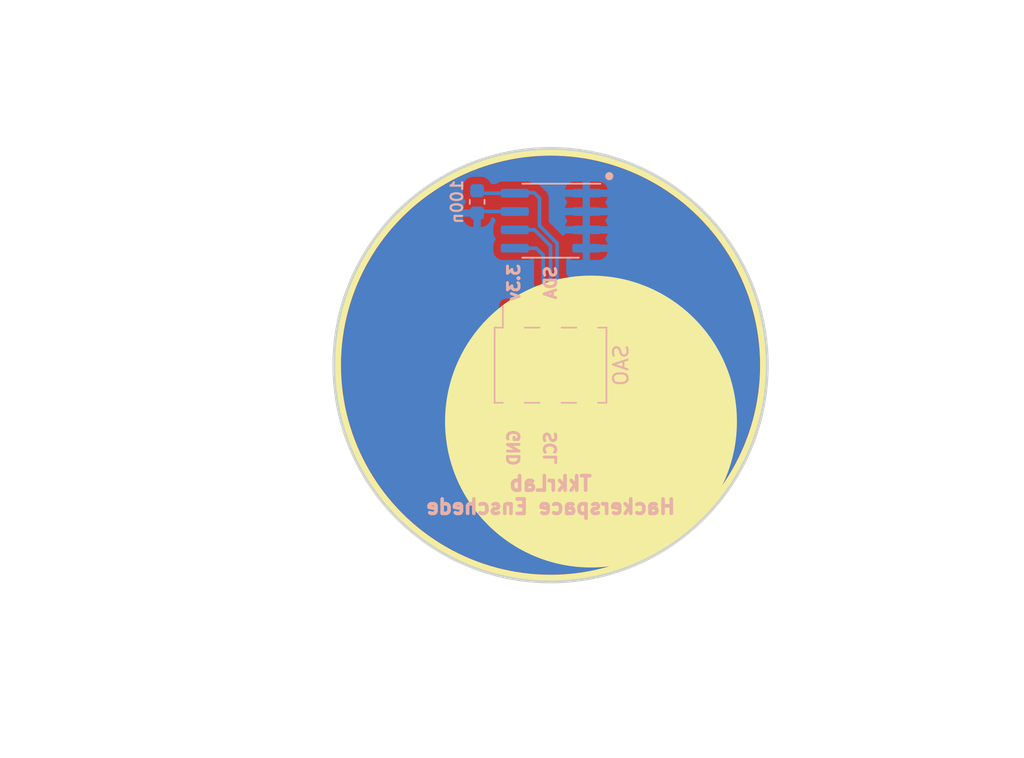
<source format=kicad_pcb>
(kicad_pcb (version 20240108) (generator "pcbnew") (generator_version "8.0")
  (layers (0 "F.Cu" signal) (31 "B.Cu" signal) (34 "B.Paste" user) (35 "F.Paste" user) (36 "B.SilkS" user "B.Silkscreen") (37 "F.SilkS" user "F.Silkscreen") (38 "B.Mask" user) (39 "F.Mask" user) (44 "Edge.Cuts" user))
  (net 0 "")
  (net 1 "GND")
  (net 2 "Net-(U1-Pad5)")
  (net 3 "Net-(U1-Pad6)")
  (net 4 "+3V3")
  (footprint "Capacitor_SMD:C_0603_1608Metric" (layer "B.Cu") (at -5.08 -11.303 -90)
    (property "Reference" "C1" (hide yes))
    (property "Value" "100n" (at 0 1.397 90) (layer "B.SilkS") (effects (font (size 0.8 0.8)) (justify mirror)))
    (fp_line (start -0.14058 0.51) (end 0.14058 0.51) (stroke (width 0.12)) (layer "B.SilkS"))
    (fp_line (start -0.14058 -0.51) (end 0.14058 -0.51) (stroke (width 0.12)) (layer "B.SilkS"))
    (pad "1" smd roundrect (at -0.775 0 270) (size 0.9 0.95) (layers "B.Cu" "B.Paste" "B.Mask") (net 4 "+3V3"))
    (pad "2" smd roundrect (at 0.775 0 270) (size 0.9 0.95) (layers "B.Cu" "B.Paste" "B.Mask") (net 1 "GND"))
  )
  (footprint "Connector_PinHeader_2.54mm:PinHeader_2x03_P2.54mm_Vertical_SMD" (layer "B.Cu") (at 0 0 -90)
    (property "Reference" "X1" (hide yes))
    (property "Value" "SAO" (at 0 -4.87 90) (layer "B.SilkS") (effects (justify mirror)))
    (fp_line (start -2.6 3.87) (end 2.6 3.87) (stroke (width 0.12)) (layer "B.SilkS"))
    (fp_line (start -2.6 3.87) (end -2.6 3.3) (stroke (width 0.12)) (layer "B.SilkS"))
    (fp_line (start 2.6 3.87) (end 2.6 3.3) (stroke (width 0.12)) (layer "B.SilkS"))
    (fp_line (start -4.04 3.3) (end -2.6 3.3) (stroke (width 0.12)) (layer "B.SilkS"))
    (fp_line (start -2.6 1.78) (end -2.6 0.76) (stroke (width 0.12)) (layer "B.SilkS"))
    (fp_line (start 2.6 1.78) (end 2.6 0.76) (stroke (width 0.12)) (layer "B.SilkS"))
    (fp_line (start -2.6 -0.76) (end -2.6 -1.78) (stroke (width 0.12)) (layer "B.SilkS"))
    (fp_line (start 2.6 -0.76) (end 2.6 -1.78) (stroke (width 0.12)) (layer "B.SilkS"))
    (fp_line (start -2.6 -3.3) (end -2.6 -3.87) (stroke (width 0.12)) (layer "B.SilkS"))
    (fp_line (start 2.6 -3.3) (end 2.6 -3.87) (stroke (width 0.12)) (layer "B.SilkS"))
    (fp_line (start -2.6 -3.87) (end 2.6 -3.87) (stroke (width 0.12)) (layer "B.SilkS"))
    (pad "1" smd rect (at -2.525 2.54 270) (size 3.15 1) (layers "B.Cu" "B.Paste" "B.Mask") (net 4 "+3V3"))
    (pad "2" smd rect (at 2.525 2.54 270) (size 3.15 1) (layers "B.Cu" "B.Paste" "B.Mask") (net 1 "GND"))
    (pad "3" smd rect (at -2.525 0 270) (size 3.15 1) (layers "B.Cu" "B.Paste" "B.Mask") (net 2 "Net-(U1-Pad5)"))
    (pad "4" smd rect (at 2.525 0 270) (size 3.15 1) (layers "B.Cu" "B.Paste" "B.Mask") (net 3 "Net-(U1-Pad6)"))
    (pad "5" smd rect (at -2.525 -2.54 270) (size 3.15 1) (layers "B.Cu" "B.Paste" "B.Mask"))
    (pad "6" smd rect (at 2.525 -2.54 270) (size 3.15 1) (layers "B.Cu" "B.Paste" "B.Mask"))
  )
  (footprint "Package_SO:SOIC-8_3.9x4.9mm_P1.27mm" (layer "B.Cu") (at 0 -10 180)
    (property "Reference" "U1" (hide yes))
    (property "Value" "EEPROM" (hide yes))
    (fp_line (start 0 2.56) (end 1.95 2.56) (stroke (width 0.12)) (layer "B.SilkS"))
    (fp_line (start 0 2.56) (end -3.45 2.56) (stroke (width 0.12)) (layer "B.SilkS"))
    (fp_line (start 0 -2.56) (end 1.95 -2.56) (stroke (width 0.12)) (layer "B.SilkS"))
    (fp_line (start 0 -2.56) (end -1.95 -2.56) (stroke (width 0.12)) (layer "B.SilkS"))
    (pad "1" smd roundrect (at -2.475 1.905 180) (size 1.95 0.6) (layers "B.Cu" "B.Paste" "B.Mask") (net 1 "GND"))
    (pad "2" smd roundrect (at -2.475 0.635 180) (size 1.95 0.6) (layers "B.Cu" "B.Paste" "B.Mask") (net 1 "GND"))
    (pad "3" smd roundrect (at -2.475 -0.635 180) (size 1.95 0.6) (layers "B.Cu" "B.Paste" "B.Mask") (net 1 "GND"))
    (pad "4" smd roundrect (at -2.475 -1.905 180) (size 1.95 0.6) (layers "B.Cu" "B.Paste" "B.Mask") (net 1 "GND"))
    (pad "5" smd roundrect (at 2.475 -1.905 180) (size 1.95 0.6) (layers "B.Cu" "B.Paste" "B.Mask") (net 2 "Net-(U1-Pad5)"))
    (pad "6" smd roundrect (at 2.475 -0.635 180) (size 1.95 0.6) (layers "B.Cu" "B.Paste" "B.Mask") (net 3 "Net-(U1-Pad6)"))
    (pad "7" smd roundrect (at 2.475 0.635 180) (size 1.95 0.6) (layers "B.Cu" "B.Paste" "B.Mask") (net 1 "GND"))
    (pad "8" smd roundrect (at 2.475 1.905 180) (size 1.95 0.6) (layers "B.Cu" "B.Paste" "B.Mask") (net 4 "+3V3"))
  )
  (gr_circle (center 0 0) (end 14.5 0) (stroke (width 0.2)) (fill solid) (layer "F.Cu"))
  (gr_circle (center 4.064 -13.081) (end 4.243605 -13.081) (stroke (width 0.2)) (fill solid) (layer "B.SilkS"))
  (gr_circle (center 0 0) (end 14.75 0) (stroke (width 0.5)) (fill none) (layer "F.SilkS"))
  (gr_circle (center 2.8 3.9) (end 12.8 3.9) (stroke (width 0.2)) (fill solid) (layer "F.SilkS"))
  (gr_circle (center 0 0) (end 15 0) (stroke (width 0.2)) (fill none) (layer "Edge.Cuts"))
  (gr_text "TkkrLab\nHackerspace Enschede" (at 0 9 0) (layer "B.SilkS") (effects (font (size 1 1) (thickness 0.25)) (justify mirror)))
  (gr_text "SDA" (at 0 -5.715 90) (layer "B.SilkS") (effects (font (size 0.8 0.8) (thickness 0.2)) (justify mirror)))
  (gr_text "SCL" (at 0 5.715 90) (layer "B.SilkS") (effects (font (size 0.8 0.8) (thickness 0.2)) (justify mirror)))
  (gr_text "3.3v" (at -2.54 -5.715 90) (layer "B.SilkS") (effects (font (size 0.8 0.8) (thickness 0.2)) (justify mirror)))
  (gr_text "GND" (at -2.54 5.715 90) (layer "B.SilkS") (effects (font (size 0.8 0.8) (thickness 0.2)) (justify mirror)))
  (segment (start -4.973 -10.635) (end -5.08 -10.528) (width 0.25) (layer "B.Cu") (net 1))
  (segment (start -2.475 -10.635) (end -4.973 -10.635) (width 0.25) (layer "B.Cu") (net 1))
  (segment (start -0.508 -7.62) (end -0.983 -8.095) (width 0.25) (layer "B.Cu") (net 2))
  (segment (start -0.508 -5.715) (end -0.508 -7.62) (width 0.25) (layer "B.Cu") (net 2))
  (segment (start 0 -2.525) (end 0 -5.207) (width 0.25) (layer "B.Cu") (net 2))
  (segment (start 0 -5.207) (end -0.508 -5.715) (width 0.25) (layer "B.Cu") (net 2))
  (segment (start -0.983 -8.095) (end -2.475 -8.095) (width 0.25) (layer "B.Cu") (net 2))
  (segment (start 0 2.525) (end 0 0.635) (width 0.25) (layer "B.Cu") (net 3))
  (segment (start 0 0.635) (end 0.824511 -0.189511) (width 0.25) (layer "B.Cu") (net 3))
  (segment (start 0.824511 -5.018207) (end 0.000359 -5.842359) (width 0.25) (layer "B.Cu") (net 3))
  (segment (start 0.000359 -5.842359) (end 0.000359 -8.254641) (width 0.25) (layer "B.Cu") (net 3))
  (segment (start -1.11 -9.365) (end -2.475 -9.365) (width 0.25) (layer "B.Cu") (net 3))
  (segment (start 0.000359 -8.254641) (end -1.11 -9.365) (width 0.25) (layer "B.Cu") (net 3))
  (segment (start 0.824511 -0.189511) (end 0.824511 -5.018207) (width 0.25) (layer "B.Cu") (net 3))
  (segment (start -2.54 -1.016) (end -2.54 -2.525) (width 0.25) (layer "B.Cu") (net 4))
  (segment (start 1.274031 3.805969) (end 0.5715 4.5085) (width 0.25) (layer "B.Cu") (net 4))
  (segment (start -2.442 -11.938) (end -1.143 -11.938) (width 0.25) (layer "B.Cu") (net 4))
  (segment (start 0.5715 4.5085) (end -0.740522 4.5085) (width 0.25) (layer "B.Cu") (net 4))
  (segment (start -0.762 -11.557) (end -0.762 -9.652718) (width 0.25) (layer "B.Cu") (net 4))
  (segment (start 1.274031 -5.204405) (end 1.274031 3.805969) (width 0.25) (layer "B.Cu") (net 4))
  (segment (start -0.740522 4.5085) (end -1.27 3.979022) (width 0.25) (layer "B.Cu") (net 4))
  (segment (start -1.27 3.979022) (end -1.27 0.254) (width 0.25) (layer "B.Cu") (net 4))
  (segment (start -2.475 -11.905) (end -4.907 -11.905) (width 0.25) (layer "B.Cu") (net 4))
  (segment (start -2.475 -11.905) (end -2.442 -11.938) (width 0.25) (layer "B.Cu") (net 4))
  (segment (start 0.449879 -8.440839) (end 0.449879 -6.028556) (width 0.25) (layer "B.Cu") (net 4))
  (segment (start -1.143 -11.938) (end -0.762 -11.557) (width 0.25) (layer "B.Cu") (net 4))
  (segment (start 0.449879 -6.028556) (end 1.274031 -5.204405) (width 0.25) (layer "B.Cu") (net 4))
  (segment (start -0.762 -9.652718) (end 0.449879 -8.440839) (width 0.25) (layer "B.Cu") (net 4))
  (segment (start -1.27 0.254) (end -2.54 -1.016) (width 0.25) (layer "B.Cu") (net 4))
  (segment (start -4.907 -11.905) (end -5.08 -12.078) (width 0.25) (layer "B.Cu") (net 4))
  (zone (net 1) (net_name "GND") (layer "B.Cu") (connect_pads (clearance 0.508)) (min_thickness 0.254) (fill yes (thermal_gap 0.508) (thermal_bridge_width 0.508))
    (polygon (pts (xy 32.766 27.178) (xy -38.1 27.178) (xy -38.1 -25.273) (xy 32.766 -25.273)))
  )
)
</source>
